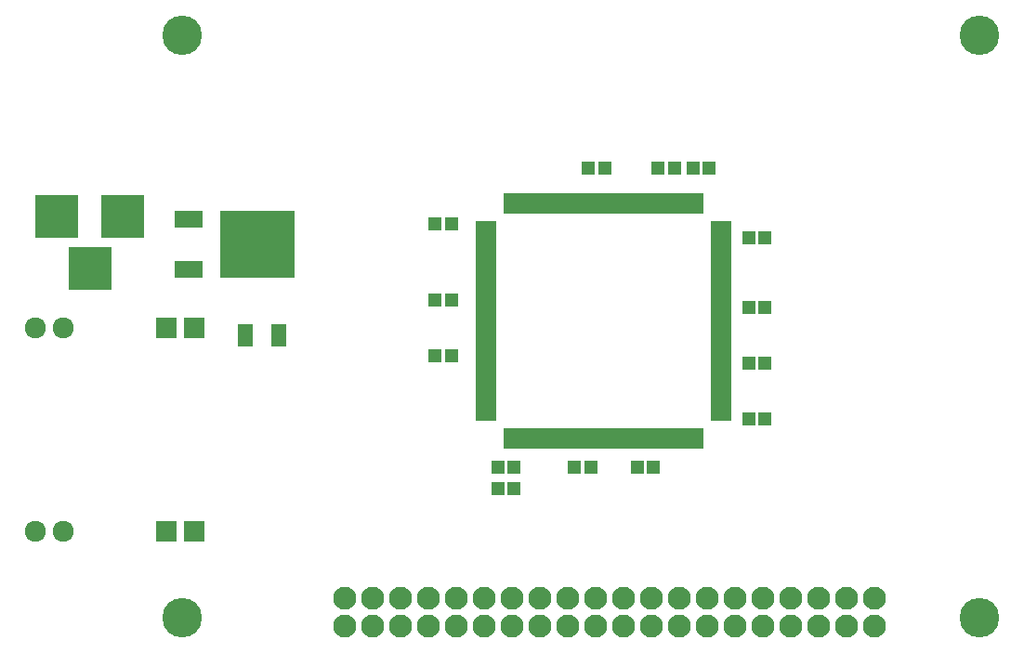
<source format=gbs>
G04 #@! TF.FileFunction,Soldermask,Bot*
%FSLAX46Y46*%
G04 Gerber Fmt 4.6, Leading zero omitted, Abs format (unit mm)*
G04 Created by KiCad (PCBNEW 4.0.6) date 06/24/17 11:35:38*
%MOMM*%
%LPD*%
G01*
G04 APERTURE LIST*
%ADD10C,0.100000*%
%ADD11R,1.924000X1.924000*%
%ADD12C,1.924000*%
%ADD13R,3.900000X3.900000*%
%ADD14C,3.600000*%
%ADD15R,1.200000X1.150000*%
%ADD16R,1.400000X2.000000*%
%ADD17R,2.600000X1.600000*%
%ADD18R,6.800000X6.200000*%
%ADD19R,0.700000X1.950000*%
%ADD20R,1.950000X0.700000*%
%ADD21C,2.100000*%
G04 APERTURE END LIST*
D10*
D11*
X16637000Y11303000D03*
X14097000Y11303000D03*
D12*
X2159000Y11303000D03*
X4699000Y11303000D03*
D11*
X16637000Y29845000D03*
X14097000Y29845000D03*
D12*
X2159000Y29845000D03*
X4699000Y29845000D03*
D13*
X10160000Y40005000D03*
X4160000Y40005000D03*
X7160000Y35305000D03*
D14*
X15528000Y56533000D03*
X88252000Y56533000D03*
X88252000Y3478000D03*
D15*
X67195000Y21590000D03*
X68695000Y21590000D03*
X58940000Y44450000D03*
X60440000Y44450000D03*
X44335000Y17145000D03*
X45835000Y17145000D03*
X51320000Y17145000D03*
X52820000Y17145000D03*
X44335000Y15240000D03*
X45835000Y15240000D03*
X40120000Y39370000D03*
X38620000Y39370000D03*
X67195000Y31750000D03*
X68695000Y31750000D03*
X62115000Y44450000D03*
X63615000Y44450000D03*
X54090000Y44450000D03*
X52590000Y44450000D03*
X67195000Y26670000D03*
X68695000Y26670000D03*
X40120000Y27305000D03*
X38620000Y27305000D03*
X67195000Y38100000D03*
X68695000Y38100000D03*
X57035000Y17145000D03*
X58535000Y17145000D03*
D16*
X21360000Y29210000D03*
X24360000Y29210000D03*
D15*
X40120000Y32385000D03*
X38620000Y32385000D03*
D17*
X16120000Y35185000D03*
X16120000Y39745000D03*
D18*
X22420000Y37465000D03*
D19*
X45225000Y41180000D03*
X45725000Y41180000D03*
X46225000Y41180000D03*
X46725000Y41180000D03*
X47225000Y41180000D03*
X47725000Y41180000D03*
X48225000Y41180000D03*
X48725000Y41180000D03*
X49225000Y41180000D03*
X49725000Y41180000D03*
X50225000Y41180000D03*
X50725000Y41180000D03*
X51225000Y41180000D03*
X51725000Y41180000D03*
X52225000Y41180000D03*
X52725000Y41180000D03*
X53225000Y41180000D03*
X53725000Y41180000D03*
X54225000Y41180000D03*
X54725000Y41180000D03*
X55225000Y41180000D03*
X55725000Y41180000D03*
X56225000Y41180000D03*
X56725000Y41180000D03*
X57225000Y41180000D03*
X57725000Y41180000D03*
X58225000Y41180000D03*
X58725000Y41180000D03*
X59225000Y41180000D03*
X59725000Y41180000D03*
X60225000Y41180000D03*
X60725000Y41180000D03*
X61225000Y41180000D03*
X61725000Y41180000D03*
X62225000Y41180000D03*
X62725000Y41180000D03*
D20*
X64675000Y39230000D03*
X64675000Y38730000D03*
X64675000Y38230000D03*
X64675000Y37730000D03*
X64675000Y37230000D03*
X64675000Y36730000D03*
X64675000Y36230000D03*
X64675000Y35730000D03*
X64675000Y35230000D03*
X64675000Y34730000D03*
X64675000Y34230000D03*
X64675000Y33730000D03*
X64675000Y33230000D03*
X64675000Y32730000D03*
X64675000Y32230000D03*
X64675000Y31730000D03*
X64675000Y31230000D03*
X64675000Y30730000D03*
X64675000Y30230000D03*
X64675000Y29730000D03*
X64675000Y29230000D03*
X64675000Y28730000D03*
X64675000Y28230000D03*
X64675000Y27730000D03*
X64675000Y27230000D03*
X64675000Y26730000D03*
X64675000Y26230000D03*
X64675000Y25730000D03*
X64675000Y25230000D03*
X64675000Y24730000D03*
X64675000Y24230000D03*
X64675000Y23730000D03*
X64675000Y23230000D03*
X64675000Y22730000D03*
X64675000Y22230000D03*
X64675000Y21730000D03*
D19*
X62725000Y19780000D03*
X62225000Y19780000D03*
X61725000Y19780000D03*
X61225000Y19780000D03*
X60725000Y19780000D03*
X60225000Y19780000D03*
X59725000Y19780000D03*
X59225000Y19780000D03*
X58725000Y19780000D03*
X58225000Y19780000D03*
X57725000Y19780000D03*
X57225000Y19780000D03*
X56725000Y19780000D03*
X56225000Y19780000D03*
X55725000Y19780000D03*
X55225000Y19780000D03*
X54725000Y19780000D03*
X54225000Y19780000D03*
X53725000Y19780000D03*
X53225000Y19780000D03*
X52725000Y19780000D03*
X52225000Y19780000D03*
X51725000Y19780000D03*
X51225000Y19780000D03*
X50725000Y19780000D03*
X50225000Y19780000D03*
X49725000Y19780000D03*
X49225000Y19780000D03*
X48725000Y19780000D03*
X48225000Y19780000D03*
X47725000Y19780000D03*
X47225000Y19780000D03*
X46725000Y19780000D03*
X46225000Y19780000D03*
X45725000Y19780000D03*
X45225000Y19780000D03*
D20*
X43275000Y21730000D03*
X43275000Y22230000D03*
X43275000Y22730000D03*
X43275000Y23230000D03*
X43275000Y23730000D03*
X43275000Y24230000D03*
X43275000Y24730000D03*
X43275000Y25230000D03*
X43275000Y25730000D03*
X43275000Y26230000D03*
X43275000Y26730000D03*
X43275000Y27230000D03*
X43275000Y27730000D03*
X43275000Y28230000D03*
X43275000Y28730000D03*
X43275000Y29230000D03*
X43275000Y29730000D03*
X43275000Y30230000D03*
X43275000Y30730000D03*
X43275000Y31230000D03*
X43275000Y31730000D03*
X43275000Y32230000D03*
X43275000Y32730000D03*
X43275000Y33230000D03*
X43275000Y33730000D03*
X43275000Y34230000D03*
X43275000Y34730000D03*
X43275000Y35230000D03*
X43275000Y35730000D03*
X43275000Y36230000D03*
X43275000Y36730000D03*
X43275000Y37230000D03*
X43275000Y37730000D03*
X43275000Y38230000D03*
X43275000Y38730000D03*
X43275000Y39230000D03*
D14*
X15528000Y3478000D03*
D21*
X30386000Y2690000D03*
X30385000Y5230000D03*
X32925000Y2690000D03*
X32925000Y5230000D03*
X35465000Y2690000D03*
X35465000Y5230000D03*
X38005000Y2690000D03*
X38005000Y5230000D03*
X40545000Y2690000D03*
X40545000Y5230000D03*
X43085000Y2690000D03*
X43085000Y5230000D03*
X45625000Y2690000D03*
X45625000Y5230000D03*
X48165000Y2690000D03*
X48165000Y5230000D03*
X50705000Y2690000D03*
X50705000Y5230000D03*
X53245000Y2690000D03*
X53245000Y5230000D03*
X55785000Y2690000D03*
X55785000Y5230000D03*
X58325000Y2690000D03*
X58325000Y5230000D03*
X60865000Y2690000D03*
X60865000Y5230000D03*
X63405000Y2690000D03*
X63405000Y5230000D03*
X65945000Y2690000D03*
X65945000Y5230000D03*
X68485000Y2690000D03*
X68485000Y5230000D03*
X71025000Y2690000D03*
X71025000Y5230000D03*
X73565000Y2690000D03*
X73565000Y5230000D03*
X76105000Y2690000D03*
X76105000Y5230000D03*
X78645000Y2690000D03*
X78645000Y5230000D03*
M02*

</source>
